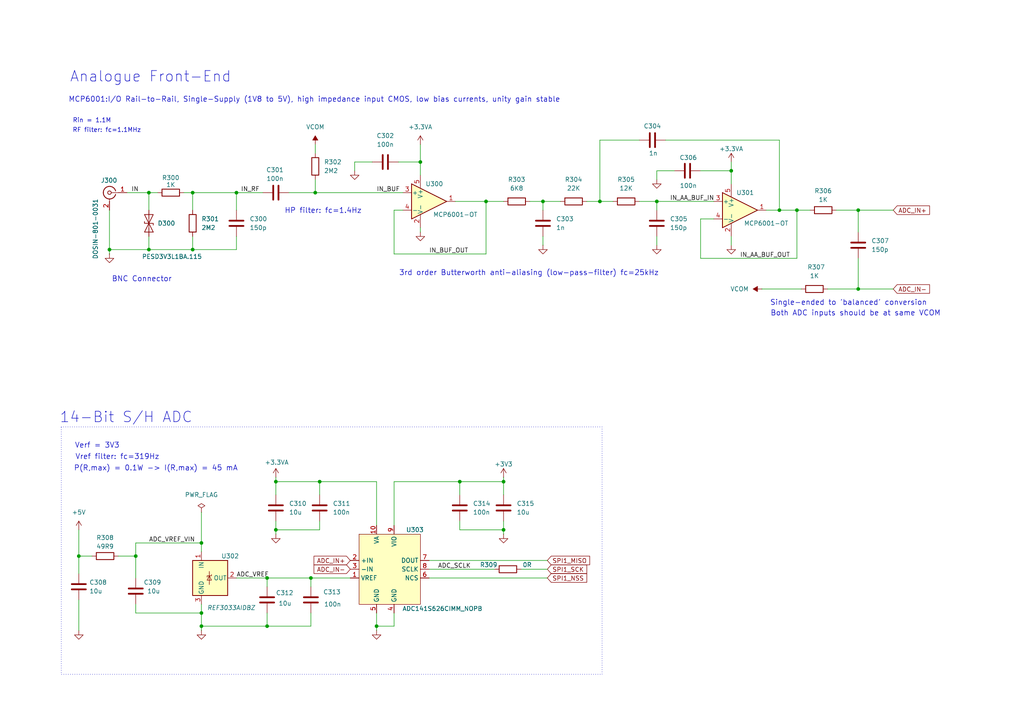
<source format=kicad_sch>
(kicad_sch (version 20250114) (generator "eeschema") (generator_version "9.0")
  (paper "A4")
  (title_block (title "Mixed-Signal-PCB-Design") (date "2025-09-13") (rev "1.0") (company "https://github.com/tsokomalusi/"))
  (lib_symbols
    (symbol "Amplifier_Operational:MCP6001-OT" (pin_names (offset 0.127))
      (property "Reference" "U" (at -1.27 6.35 0))
      (property "Value" "MCP6001-OT" (at -1.27 3.81 0))
      (symbol "MCP6001-OT_0_1"
        (polyline (pts (xy -5.08 5.08) (xy 5.08 0) (xy -5.08 -5.08) (xy -5.08 5.08)) (stroke (width 0.254)) (fill (type background)))
        (pin power_in line (at -2.54 7.62 270) (length 3.81) (name "V+") (number "5"))
        (pin power_in line (at -2.54 -7.62 90) (length 3.81) (name "V-") (number "2"))
      )
      (symbol "MCP6001-OT_1_1"
        (pin input line (at -7.62 2.54 0) (length 2.54) (name "+") (number "3"))
        (pin input line (at -7.62 -2.54 0) (length 2.54) (name "-") (number "4"))
        (pin output line (at 7.62 0 180) (length 2.54) (name "~") (number "1"))
      )
    )
    (symbol "Connector:Conn_Coaxial" (pin_names (offset 1.016) (hide yes))
      (property "Reference" "J" (at 0.254 3.048 0))
      (property "Value" "Conn_Coaxial" (at 2.921 0 90))
      (symbol "Conn_Coaxial_0_1"
        (polyline (pts (xy -2.54 0) (xy -0.508 0)))
        (arc (start 1.778 0) (mid 0.222 -1.8079) (end -1.778 -0.508) (stroke (width 0.254)))
        (arc (start -1.778 0.508) (mid 0.2221 1.8084) (end 1.778 0) (stroke (width 0.254)))
        (circle (center 0 0) (radius 0.508) (stroke (width 0.2032)))
        (polyline (pts (xy 0 -2.54) (xy 0 -1.778)))
      )
      (symbol "Conn_Coaxial_1_1"
        (pin passive line (at -5.08 0 0) (length 2.54) (name "In") (number "1"))
        (pin passive line (at 0 -5.08 90) (length 2.54) (name "Ext") (number "2"))
      )
    )
    (symbol "Device:C" (pin_numbers (hide yes)) (pin_names (offset 0.254))
      (property "Reference" "C" (at 0.635 2.54 0))
      (property "Value" "C" (at 0.635 -2.54 0))
      (symbol "C_0_1"
        (polyline (pts (xy -2.032 0.762) (xy 2.032 0.762)) (stroke (width 0.508)))
        (polyline (pts (xy -2.032 -0.762) (xy 2.032 -0.762)) (stroke (width 0.508)))
      )
      (symbol "C_1_1"
        (pin passive line (at 0 3.81 270) (length 2.794) (name "~") (number "1"))
        (pin passive line (at 0 -3.81 90) (length 2.794) (name "~") (number "2"))
      )
    )
    (symbol "Device:R" (pin_numbers (hide yes)) (pin_names (offset 0))
      (property "Reference" "R" (at 2.032 0 90))
      (property "Value" "R" (at 0 0 90))
      (symbol "R_0_1"
        (rectangle (start -1.016 -2.54) (end 1.016 2.54) (stroke (width 0.254)))
      )
      (symbol "R_1_1"
        (pin passive line (at 0 3.81 270) (length 1.27) (name "~") (number "1"))
        (pin passive line (at 0 -3.81 90) (length 1.27) (name "~") (number "2"))
      )
    )
    (symbol "Diode:SD05_SOD323" (pin_numbers (hide yes)) (pin_names (offset 1.016) (hide yes))
      (property "Reference" "D" (at 0 2.54 0))
      (property "Value" "SD05_SOD323" (at 0 -2.54 0))
      (symbol "SD05_SOD323_0_1"
        (polyline (pts (xy -2.54 -1.27) (xy 0 0) (xy -2.54 1.27) (xy -2.54 -1.27)) (stroke (width 0.2032)))
        (polyline (pts (xy 0.508 1.27) (xy 0 1.27) (xy 0 -1.27) (xy -0.508 -1.27)) (stroke (width 0.2032)))
        (polyline (pts (xy 1.27 0) (xy -1.27 0)))
        (polyline (pts (xy 2.54 1.27) (xy 2.54 -1.27) (xy 0 0) (xy 2.54 1.27)) (stroke (width 0.2032)))
      )
      (symbol "SD05_SOD323_1_1"
        (pin passive line (at -3.81 0 0) (length 2.54) (name "A1") (number "1"))
        (pin passive line (at 3.81 0 180) (length 2.54) (name "A2") (number "2"))
      )
    )
    (symbol "Malusi_Tsoko_Libraries:ADC141S626"
      (property "Reference" "U" (at 12.7 12.7 0))
      (symbol "ADC141S626_0_0"
        (pin output line (at -12.7 2.54 0) (length 2.54) (name "DOUT") (number "7"))
        (pin input line (at -12.7 0 0) (length 2.54) (name "SCLK") (number "8"))
        (pin input line (at -12.7 -2.54 0) (length 2.54) (name "NCS") (number "6"))
        (pin power_in line (at -2.54 12.7 270) (length 2.54) (name "VIO") (number "9"))
        (pin power_in line (at -2.54 -12.7 90) (length 2.54) (name "GND") (number "4"))
        (pin power_in line (at 2.54 12.7 270) (length 2.54) (name "VA") (number "10"))
        (pin power_in line (at 2.54 -12.7 90) (length 2.54) (name "GND") (number "5"))
        (pin input line (at 10.16 2.54 180) (length 2.54) (name "+IN") (number "2"))
        (pin input line (at 10.16 0 180) (length 2.54) (name "-IN") (number "3"))
        (pin input line (at 10.16 -2.54 180) (length 2.54) (name "VREF") (number "1"))
      )
      (symbol "ADC141S626_1_1"
        (rectangle (start -10.16 10.16) (end 7.62 -10.16) (fill (type background)))
      )
    )
    (symbol "Reference_Voltage:REF3033" (pin_names (offset 0.254))
      (property "Reference" "U" (at 0 6.35 0))
      (property "Value" "REF3033" (at 2.54 -6.35 0))
      (symbol "REF3033_0_1"
        (rectangle (start -5.08 5.08) (end 5.08 -5.08) (stroke (width 0.254)) (fill (type background)))
        (polyline (pts (xy -0.889 -0.635) (xy 0.381 -0.635) (xy -0.254 0.635) (xy -0.889 -0.635)))
        (polyline (pts (xy -0.254 1.905) (xy -0.254 -1.905)))
        (polyline (pts (xy 0.381 1.016) (xy 0.381 0.635) (xy -0.889 0.635) (xy -0.889 0.254)))
      )
      (symbol "REF3033_1_1"
        (pin power_in line (at -2.54 7.62 270) (length 2.54) (name "IN") (number "1"))
        (pin power_in line (at -2.54 -7.62 90) (length 2.54) (name "GND") (number "3"))
        (pin power_out line (at 7.62 0 180) (length 2.54) (name "OUT") (number "2"))
      )
    )
    (symbol "power:+3.3VA" (power) (pin_numbers (hide yes)) (pin_names (offset 0) (hide yes))
      (property "Value" "+3.3VA" (at 0 3.556 0))
      (symbol "+3.3VA_0_1"
        (polyline (pts (xy -0.762 1.27) (xy 0 2.54)))
        (polyline (pts (xy 0 2.54) (xy 0.762 1.27)))
        (polyline (pts (xy 0 0) (xy 0 2.54)))
      )
      (symbol "+3.3VA_1_1"
        (pin power_in line (at 0 0 90) (length 0) (name "~") (number "1"))
      )
    )
    (symbol "power:+3V3" (power) (pin_numbers (hide yes)) (pin_names (offset 0) (hide yes))
      (property "Value" "+3V3" (at 0 3.556 0))
      (symbol "+3V3_0_1"
        (polyline (pts (xy -0.762 1.27) (xy 0 2.54)))
        (polyline (pts (xy 0 2.54) (xy 0.762 1.27)))
        (polyline (pts (xy 0 0) (xy 0 2.54)))
      )
      (symbol "+3V3_1_1"
        (pin power_in line (at 0 0 90) (length 0) (name "~") (number "1"))
      )
    )
    (symbol "power:+5V" (power) (pin_numbers (hide yes)) (pin_names (offset 0) (hide yes))
      (property "Value" "+5V" (at 0 3.556 0))
      (symbol "+5V_0_1"
        (polyline (pts (xy -0.762 1.27) (xy 0 2.54)))
        (polyline (pts (xy 0 2.54) (xy 0.762 1.27)))
        (polyline (pts (xy 0 0) (xy 0 2.54)))
      )
      (symbol "+5V_1_1"
        (pin power_in line (at 0 0 90) (length 0) (name "~") (number "1"))
      )
    )
    (symbol "power:GND" (power) (pin_numbers (hide yes)) (pin_names (offset 0) (hide yes))
      (property "Value" "GND" (at 0 -3.81 0))
      (symbol "GND_0_1"
        (polyline (pts (xy 0 0) (xy 0 -1.27) (xy 1.27 -1.27) (xy 0 -2.54) (xy -1.27 -1.27) (xy 0 -1.27)))
      )
      (symbol "GND_1_1"
        (pin power_in line (at 0 0 270) (length 0) (name "~") (number "1"))
      )
    )
    (symbol "power:PWR_FLAG" (power) (pin_numbers (hide yes)) (pin_names (offset 0) (hide yes))
      (property "Value" "PWR_FLAG" (at 0 3.81 0))
      (symbol "PWR_FLAG_0_0"
        (pin power_out line (at 0 0 90) (length 0) (name "~") (number "1"))
      )
      (symbol "PWR_FLAG_0_1"
        (polyline (pts (xy 0 0) (xy 0 1.27) (xy -1.016 1.905) (xy 0 2.54) (xy 1.016 1.905) (xy 0 1.27)))
      )
    )
    (symbol "power:VCOM" (power) (pin_numbers (hide yes)) (pin_names (offset 0) (hide yes))
      (property "Value" "VCOM" (at 0 3.556 0))
      (symbol "VCOM_0_1"
        (polyline (pts (xy 0 0) (xy 0 2.54)))
        (polyline (pts (xy 0.762 1.27) (xy -0.762 1.27) (xy 0 2.54) (xy 0.762 1.27)) (fill (type outline)))
      )
      (symbol "VCOM_1_1"
        (pin power_in line (at 0 0 90) (length 0) (name "~") (number "1"))
      )
    )
  )
  (rectangle (start 17.78 123.825) (end 174.625 195.58) (stroke (width 0) (type dot)))
  (text "Verf = 3V3" (at 28.194 129.286 0) (effects (font (size 1.524 1.524))))
  (text "HP filter: fc=1.4Hz" (at 93.726 61.214 0) (effects (font (size 1.524 1.524))))
  (text "BNC Connector" (at 41.148 81.026 0) (effects (font (size 1.524 1.524))))
  (text "Rin = 1.1M" (at 26.67 35.052 0) (effects (font (size 1.27 1.27))))
  (text "Vref filter: fc=319Hz" (at 34.036 132.588 0) (effects (font (size 1.524 1.524))))
  (text "14-Bit S/H ADC" (at 36.576 121.158 0) (effects (font (size 3.048 3.048))))
  (text "Single-ended to 'balanced' conversion" (at 246.126 87.884 0) (effects (font (size 1.524 1.524))))
  (text "RF filter: fc=1.1MHz" (at 30.988 37.846 0) (effects (font (size 1.27 1.27))))
  (text "P(R,max) = 0.1W -> I(R,max) = 45 mA" (at 45.212 135.89 0) (effects (font (size 1.524 1.524))))
  (text "Analogue Front-End" (at 43.688 22.352 0) (effects (font (size 3.048 3.048))))
  (text "3rd order Butterworth anti-aliasing (low-pass-filter) fc=25kHz" (at 153.416 79.248 0) (effects (font (size 1.524 1.524))))
  (text "MCP6001:I/O Rail-to-Rail, Single-Supply (1V8 to 5V), high impedance input CMOS, low bias currents, unity gain stable" (at 91.186 28.956 0) (effects (font (size 1.524 1.524))))
  (text "Both ADC inputs should be at same VCOM" (at 248.158 90.932 0) (effects (font (size 1.524 1.524))))
  (junction (at 77.47 181.61))
  (junction (at 133.35 139.7))
  (junction (at 39.37 161.29))
  (junction (at 226.06 60.96))
  (junction (at 248.92 83.82))
  (junction (at 91.44 55.88))
  (junction (at 58.42 177.8))
  (junction (at 43.18 72.39))
  (junction (at 231.14 60.96))
  (junction (at 146.05 153.67))
  (junction (at 58.42 181.61))
  (junction (at 173.99 58.42))
  (junction (at 22.86 161.29))
  (junction (at 190.5 58.42))
  (junction (at 146.05 139.7))
  (junction (at 109.22 181.61))
  (junction (at 68.58 55.88))
  (junction (at 58.42 157.48))
  (junction (at 80.01 139.7))
  (junction (at 31.75 72.39))
  (junction (at 43.18 55.88))
  (junction (at 80.01 153.67))
  (junction (at 121.92 46.99))
  (junction (at 157.48 58.42))
  (junction (at 140.97 58.42))
  (junction (at 55.88 72.39))
  (junction (at 248.92 60.96))
  (junction (at 55.88 55.88))
  (junction (at 90.17 167.64))
  (junction (at 77.47 167.64))
  (junction (at 92.71 139.7))
  (junction (at 212.09 49.53))
  (wire (pts (xy 170.18 58.42) (xy 173.99 58.42)))
  (wire (pts (xy 39.37 175.26) (xy 39.37 177.8)))
  (wire (pts (xy 58.42 157.48) (xy 58.42 160.02)))
  (wire (pts (xy 157.48 58.42) (xy 162.56 58.42)))
  (wire (pts (xy 102.87 46.99) (xy 107.95 46.99)))
  (wire (pts (xy 114.3 177.8) (xy 114.3 181.61)))
  (wire (pts (xy 231.14 74.93) (xy 231.14 60.96)))
  (wire (pts (xy 92.71 153.67) (xy 80.01 153.67)))
  (wire (pts (xy 133.35 139.7) (xy 146.05 139.7)))
  (wire (pts (xy 90.17 177.8) (xy 90.17 181.61)))
  (wire (pts (xy 39.37 167.64) (xy 39.37 161.29)))
  (wire (pts (xy 220.98 83.82) (xy 232.41 83.82)))
  (wire (pts (xy 91.44 55.88) (xy 83.82 55.88)))
  (wire (pts (xy 55.88 72.39) (xy 43.18 72.39)))
  (wire (pts (xy 43.18 72.39) (xy 31.75 72.39)))
  (wire (pts (xy 207.01 63.5) (xy 203.2 63.5)))
  (wire (pts (xy 240.03 83.82) (xy 248.92 83.82)))
  (wire (pts (xy 91.44 52.07) (xy 91.44 55.88)))
  (wire (pts (xy 212.09 68.58) (xy 212.09 71.12)))
  (wire (pts (xy 190.5 68.58) (xy 190.5 71.12)))
  (wire (pts (xy 80.01 143.51) (xy 80.01 139.7)))
  (wire (pts (xy 77.47 181.61) (xy 58.42 181.61)))
  (wire (pts (xy 22.86 153.67) (xy 22.86 161.29)))
  (wire (pts (xy 124.46 162.56) (xy 158.75 162.56)))
  (wire (pts (xy 68.58 55.88) (xy 76.2 55.88)))
  (wire (pts (xy 140.97 58.42) (xy 146.05 58.42)))
  (wire (pts (xy 68.58 72.39) (xy 55.88 72.39)))
  (wire (pts (xy 77.47 177.8) (xy 77.47 181.61)))
  (wire (pts (xy 90.17 181.61) (xy 77.47 181.61)))
  (wire (pts (xy 68.58 60.96) (xy 68.58 55.88)))
  (wire (pts (xy 140.97 73.66) (xy 140.97 58.42)))
  (wire (pts (xy 173.99 40.64) (xy 173.99 58.42)))
  (wire (pts (xy 58.42 175.26) (xy 58.42 177.8)))
  (wire (pts (xy 124.46 165.1) (xy 143.51 165.1)))
  (wire (pts (xy 146.05 139.7) (xy 146.05 143.51)))
  (wire (pts (xy 39.37 157.48) (xy 39.37 161.29)))
  (wire (pts (xy 53.34 55.88) (xy 55.88 55.88)))
  (wire (pts (xy 133.35 151.13) (xy 133.35 153.67)))
  (wire (pts (xy 58.42 157.48) (xy 39.37 157.48)))
  (wire (pts (xy 248.92 60.96) (xy 259.08 60.96)))
  (wire (pts (xy 55.88 55.88) (xy 55.88 60.96)))
  (wire (pts (xy 77.47 167.64) (xy 77.47 170.18)))
  (wire (pts (xy 132.08 58.42) (xy 140.97 58.42)))
  (wire (pts (xy 203.2 74.93) (xy 231.14 74.93)))
  (wire (pts (xy 173.99 58.42) (xy 177.8 58.42)))
  (wire (pts (xy 248.92 60.96) (xy 248.92 67.31)))
  (wire (pts (xy 157.48 58.42) (xy 153.67 58.42)))
  (wire (pts (xy 58.42 177.8) (xy 58.42 181.61)))
  (wire (pts (xy 116.84 60.96) (xy 114.3 60.96)))
  (wire (pts (xy 58.42 148.59) (xy 58.42 157.48)))
  (wire (pts (xy 91.44 41.91) (xy 91.44 44.45)))
  (wire (pts (xy 146.05 138.43) (xy 146.05 139.7)))
  (wire (pts (xy 157.48 60.96) (xy 157.48 58.42)))
  (wire (pts (xy 231.14 60.96) (xy 234.95 60.96)))
  (wire (pts (xy 190.5 58.42) (xy 207.01 58.42)))
  (wire (pts (xy 146.05 151.13) (xy 146.05 153.67)))
  (wire (pts (xy 43.18 55.88) (xy 43.18 60.96)))
  (wire (pts (xy 259.08 83.82) (xy 248.92 83.82)))
  (wire (pts (xy 92.71 139.7) (xy 80.01 139.7)))
  (wire (pts (xy 68.58 167.64) (xy 77.47 167.64)))
  (wire (pts (xy 109.22 139.7) (xy 92.71 139.7)))
  (wire (pts (xy 22.86 173.99) (xy 22.86 182.88)))
  (wire (pts (xy 80.01 138.43) (xy 80.01 139.7)))
  (wire (pts (xy 22.86 161.29) (xy 26.67 161.29)))
  (wire (pts (xy 102.87 49.53) (xy 102.87 46.99)))
  (wire (pts (xy 203.2 49.53) (xy 212.09 49.53)))
  (wire (pts (xy 92.71 151.13) (xy 92.71 153.67)))
  (wire (pts (xy 58.42 181.61) (xy 58.42 182.88)))
  (wire (pts (xy 222.25 60.96) (xy 226.06 60.96)))
  (wire (pts (xy 133.35 153.67) (xy 146.05 153.67)))
  (wire (pts (xy 43.18 55.88) (xy 45.72 55.88)))
  (wire (pts (xy 115.57 46.99) (xy 121.92 46.99)))
  (wire (pts (xy 109.22 152.4) (xy 109.22 139.7)))
  (wire (pts (xy 31.75 72.39) (xy 31.75 73.66)))
  (wire (pts (xy 242.57 60.96) (xy 248.92 60.96)))
  (wire (pts (xy 248.92 74.93) (xy 248.92 83.82)))
  (wire (pts (xy 39.37 177.8) (xy 58.42 177.8)))
  (wire (pts (xy 121.92 46.99) (xy 121.92 50.8)))
  (wire (pts (xy 114.3 60.96) (xy 114.3 73.66)))
  (wire (pts (xy 212.09 49.53) (xy 212.09 53.34)))
  (wire (pts (xy 203.2 63.5) (xy 203.2 74.93)))
  (wire (pts (xy 151.13 165.1) (xy 158.75 165.1)))
  (wire (pts (xy 55.88 68.58) (xy 55.88 72.39)))
  (wire (pts (xy 68.58 55.88) (xy 55.88 55.88)))
  (wire (pts (xy 190.5 60.96) (xy 190.5 58.42)))
  (wire (pts (xy 114.3 181.61) (xy 109.22 181.61)))
  (wire (pts (xy 109.22 177.8) (xy 109.22 181.61)))
  (wire (pts (xy 114.3 152.4) (xy 114.3 139.7)))
  (wire (pts (xy 193.04 40.64) (xy 226.06 40.64)))
  (wire (pts (xy 43.18 68.58) (xy 43.18 72.39)))
  (wire (pts (xy 114.3 73.66) (xy 140.97 73.66)))
  (wire (pts (xy 31.75 60.96) (xy 31.75 72.39)))
  (wire (pts (xy 190.5 52.07) (xy 190.5 49.53)))
  (wire (pts (xy 39.37 161.29) (xy 34.29 161.29)))
  (wire (pts (xy 121.92 66.04) (xy 121.92 67.31)))
  (wire (pts (xy 92.71 139.7) (xy 92.71 143.51)))
  (wire (pts (xy 121.92 41.91) (xy 121.92 46.99)))
  (wire (pts (xy 90.17 167.64) (xy 101.6 167.64)))
  (wire (pts (xy 133.35 139.7) (xy 133.35 143.51)))
  (wire (pts (xy 124.46 167.64) (xy 158.75 167.64)))
  (wire (pts (xy 190.5 58.42) (xy 185.42 58.42)))
  (wire (pts (xy 77.47 167.64) (xy 90.17 167.64)))
  (wire (pts (xy 80.01 153.67) (xy 80.01 154.94)))
  (wire (pts (xy 146.05 153.67) (xy 146.05 154.94)))
  (wire (pts (xy 114.3 139.7) (xy 133.35 139.7)))
  (wire (pts (xy 36.83 55.88) (xy 43.18 55.88)))
  (wire (pts (xy 226.06 40.64) (xy 226.06 60.96)))
  (wire (pts (xy 90.17 167.64) (xy 90.17 170.18)))
  (wire (pts (xy 22.86 161.29) (xy 22.86 166.37)))
  (wire (pts (xy 157.48 68.58) (xy 157.48 71.12)))
  (wire (pts (xy 80.01 151.13) (xy 80.01 153.67)))
  (wire (pts (xy 226.06 60.96) (xy 231.14 60.96)))
  (wire (pts (xy 212.09 46.99) (xy 212.09 49.53)))
  (wire (pts (xy 190.5 49.53) (xy 195.58 49.53)))
  (wire (pts (xy 68.58 68.58) (xy 68.58 72.39)))
  (wire (pts (xy 185.42 40.64) (xy 173.99 40.64)))
  (wire (pts (xy 91.44 55.88) (xy 116.84 55.88)))
  (wire (pts (xy 109.22 181.61) (xy 109.22 182.88)))
  (label "IN_BUF_OUT" (at 124.46 73.66 0))
  (label "IN_AA_BUF_OUT" (at 214.63 74.93 0))
  (label "IN" (at 38.1 55.88 0))
  (label "IN_RF" (at 69.85 55.88 0))
  (label "ADC_SCLK" (at 127 165.1 0))
  (label "ADC_VREF_VIN" (at 43.18 157.48 0))
  (label "IN_AA_BUF_IN" (at 194.31 58.42 0))
  (label "IN_BUF" (at 109.22 55.88 0))
  (label "ADC_VREF" (at 68.58 167.64 0))
  (global_label "SPI1_SCK" (shape input) (at 158.75 165.1 0) (property "Intersheetrefs" "${INTERSHEET_REFS}" (effects (hide yes))))
  (global_label "SPI1_NSS" (shape input) (at 158.75 167.64 0) (property "Intersheetrefs" "${INTERSHEET_REFS}" (effects (hide yes))))
  (global_label "SPI1_MISO" (shape input) (at 158.75 162.56 0) (property "Intersheetrefs" "${INTERSHEET_REFS}" (effects (hide yes))))
  (global_label "ADC_IN-" (shape input) (at 101.6 165.1 180) (property "Intersheetrefs" "${INTERSHEET_REFS}" (effects (hide yes))))
  (global_label "ADC_IN+" (shape input) (at 101.6 162.56 180) (property "Intersheetrefs" "${INTERSHEET_REFS}" (effects (hide yes))))
  (global_label "ADC_IN-" (shape input) (at 259.08 83.82 0) (property "Intersheetrefs" "${INTERSHEET_REFS}" (effects (hide yes))))
  (global_label "ADC_IN+" (shape input) (at 259.08 60.96 0) (property "Intersheetrefs" "${INTERSHEET_REFS}" (effects (hide yes))))
  (symbol (lib_id "Connector:Conn_Coaxial") (at 31.75 55.88 0) (mirror y) (unit 1)
    (property "Reference" "J300" (at 34.036 52.324 0) (effects (justify left)))
    (property "Value" "DOSIN-801-0031" (at 27.686 75.184 90) (effects (justify left)))
    (property "Footprint" "Connector_DIN:BNC" (effects (hide yes)))
    (property "Description" "coaxial connector (BNC, SMA, SMB, SMC, Cinch/RCA, LEMO, ...)" (effects (hide yes)))
    (property "Manufacturer" "dosinconn" (effects (hide yes)))
    (property "Manufacturer Part Number" "DOSIN-801-003" (effects (hide yes)))
  )
  (symbol (lib_id "power:GND") (at 157.48 71.12 0) (unit 1)
    (property "Reference" "#PWR039" (effects (hide yes)))
    (property "Value" "GND" (effects (hide yes)))
    (property "Description" "Power symbol creates a global label with name \"GND\" , ground" (effects (hide yes)))
  )
  (symbol (lib_id "Device:R") (at 181.61 58.42 90) (unit 1)
    (property "Reference" "R305" (at 181.61 52.07 90))
    (property "Value" "12K" (at 181.61 54.61 90))
    (property "Footprint" "Resistor_SMD:R_0603_1608Metric" (effects (hide yes)))
    (property "Description" "Resistor" (effects (hide yes)))
    (property "Manufacturer" "Yageo" (effects (hide yes)))
    (property "Manufacturer Part Number" "RC0603FR-0712KL" (effects (hide yes)))
  )
  (symbol (lib_id "Device:R") (at 166.37 58.42 90) (unit 1)
    (property "Reference" "R304" (at 166.37 52.07 90))
    (property "Value" "22K" (at 166.37 54.61 90))
    (property "Footprint" "Resistor_SMD:R_0603_1608Metric" (effects (hide yes)))
    (property "Description" "Resistor" (effects (hide yes)))
    (property "Manufacturer" "Yageo" (effects (hide yes)))
    (property "Manufacturer Part Number" "RC0603FR-0722KL" (effects (hide yes)))
  )
  (symbol (lib_id "Device:C") (at 157.48 64.77 0) (unit 1)
    (property "Reference" "C303" (at 161.29 63.4999 0) (effects (justify left)))
    (property "Value" "1n" (at 161.29 66.0399 0) (effects (justify left)))
    (property "Footprint" "Capacitor_SMD:C_0603_1608Metric" (effects (hide yes)))
    (property "Description" "Unpolarized capacitor" (effects (hide yes)))
    (property "Manufacturer" "Vishay / Vitramon" (effects (hide yes)))
    (property "Manufacturer Part Number" "VJ0603H102KEBAO34" (effects (hide yes)))
  )
  (symbol (lib_id "Device:C") (at 39.37 171.45 0) (unit 1) (on_board no)
    (property "Reference" "C309" (at 41.656 168.91 0) (effects (justify left)))
    (property "Value" "10u" (at 42.672 171.45 0) (effects (justify left)))
    (property "Footprint" "Capacitor_SMD:C_0805_2012Metric" (effects (hide yes)))
    (property "Description" "Unpolarized capacitor" (effects (hide yes)))
    (property "Manufacturer" "KYOCERA AVX" (effects (hide yes)))
    (property "Manufacturer Part Number" "0805X7R106KT1AT" (effects (hide yes)))
  )
  (symbol (lib_id "Device:C") (at 189.23 40.64 90) (unit 1)
    (property "Reference" "C304" (at 189.23 36.576 90))
    (property "Value" "1n" (at 189.484 44.45 90))
    (property "Footprint" "Capacitor_SMD:C_0603_1608Metric" (effects (hide yes)))
    (property "Description" "Unpolarized capacitor" (effects (hide yes)))
    (property "Manufacturer" "Vishay / Vitramon" (effects (hide yes)))
    (property "Manufacturer Part Number" "VJ0603H102KEBAO34" (effects (hide yes)))
  )
  (symbol (lib_id "Device:C") (at 190.5 64.77 0) (unit 1)
    (property "Reference" "C305" (at 194.31 63.4999 0) (effects (justify left)))
    (property "Value" "150p" (at 194.31 66.0399 0) (effects (justify left)))
    (property "Footprint" "Capacitor_SMD:C_0603_1608Metric" (effects (hide yes)))
    (property "Description" "Unpolarized capacitor" (effects (hide yes)))
    (property "Manufacturer" "Vishay / Vitramon" (effects (hide yes)))
    (property "Manufacturer Part Number" "VJ0603A151JXAAC" (effects (hide yes)))
  )
  (symbol (lib_id "Device:R") (at 30.48 161.29 90) (unit 1)
    (property "Reference" "R308" (at 30.48 155.956 90))
    (property "Value" "49R9" (at 30.48 158.496 90))
    (property "Footprint" "Resistor_SMD:R_0603_1608Metric" (effects (hide yes)))
    (property "Description" "Resistor" (effects (hide yes)))
    (property "Manufacturer" "Yageo" (effects (hide yes)))
    (property "Manufacturer Part Number" "RC0603FR-0749R9L" (effects (hide yes)))
  )
  (symbol (lib_id "power:VCOM") (at 220.98 83.82 90) (unit 1)
    (property "Reference" "#PWR043" (effects (hide yes)))
    (property "Value" "VCOM" (at 217.17 83.8199 90) (effects (justify left)))
    (property "Description" "Power symbol creates a global label with name \"VCOM\"" (effects (hide yes)))
  )
  (symbol (lib_id "power:GND") (at 190.5 52.07 0) (unit 1)
    (property "Reference" "#PWR042" (effects (hide yes)))
    (property "Value" "GND" (effects (hide yes)))
    (property "Description" "Power symbol creates a global label with name \"GND\" , ground" (effects (hide yes)))
  )
  (symbol (lib_id "Malusi_Tsoko_Libraries:ADC141S626") (at 111.76 165.1 0) (mirror y) (unit 1)
    (property "Reference" "U303" (at 122.936 153.67 0) (effects (justify left)))
    (property "Value" "ADC141S626CIMM_NOPB" (at 139.954 176.53 0) (effects (justify left)))
    (property "Footprint" "DAC7563SDGSR:SOIC-10" (effects (hide yes)))
    (property "Manufacturer" "Texas Instruments" (effects (hide yes)))
    (property "Manufacturer Part Number" "ADC141S626CIMM" (effects (hide yes)))
  )
  (symbol (lib_id "Device:C") (at 68.58 64.77 0) (unit 1)
    (property "Reference" "C300" (at 72.39 63.4999 0) (effects (justify left)))
    (property "Value" "150p" (at 72.39 66.0399 0) (effects (justify left)))
    (property "Footprint" "Capacitor_SMD:C_0603_1608Metric" (effects (hide yes)))
    (property "Description" "Unpolarized capacitor" (effects (hide yes)))
    (property "Manufacturer" "Vishay / Vitramon" (effects (hide yes)))
    (property "Manufacturer Part Number" "VJ0603A151JXAAC" (effects (hide yes)))
  )
  (symbol (lib_id "Diode:SD05_SOD323") (at 43.18 64.77 90) (unit 1)
    (property "Reference" "D300" (at 45.72 64.7699 90) (effects (justify right)))
    (property "Value" "PESD3V3L1BA.115" (at 41.148 74.422 90) (effects (justify right)))
    (property "Footprint" "Diode_SMD:D_SOD-323" (effects (hide yes)))
    (property "Datasheet" "https://www.littelfuse.com/~/media/electronics/datasheets/tvs_diode_arrays/littelfuse_tvs_diode_array_sd_c_datasheet.pdf.pdf" (effects (hide yes)))
    (property "Description" "5V, 450W Discrete Bidirectional TVS Diode, SOD-323" (effects (hide yes)))
    (property "Manufacturer" "Nexperia" (effects (hide yes)))
    (property "Manufacturer Part Number" "PESD3V3L1BA,115" (effects (hide yes)))
  )
  (symbol (lib_id "power:GND") (at 22.86 182.88 0) (unit 1)
    (property "Reference" "#PWR045" (effects (hide yes)))
    (property "Value" "GND" (effects (hide yes)))
    (property "Description" "Power symbol creates a global label with name \"GND\" , ground" (effects (hide yes)))
  )
  (symbol (lib_id "Device:R") (at 55.88 64.77 180) (unit 1)
    (property "Reference" "R301" (at 58.42 63.5 0) (effects (justify right)))
    (property "Value" "2M2" (at 58.42 66.04 0) (effects (justify right)))
    (property "Footprint" "Resistor_SMD:R_0805_2012Metric" (effects (hide yes)))
    (property "Description" "Resistor" (effects (hide yes)))
    (property "Manufacturer" "Yageo" (effects (hide yes)))
    (property "Manufacturer Part Number" "RC0805FR-072M2L" (effects (hide yes)))
  )
  (symbol (lib_id "Device:C") (at 146.05 147.32 0) (unit 1)
    (property "Reference" "C315" (at 149.86 146.0499 0) (effects (justify left)))
    (property "Value" "10u" (at 149.86 148.5899 0) (effects (justify left)))
    (property "Footprint" "Capacitor_SMD:C_0805_2012Metric" (effects (hide yes)))
    (property "Description" "Unpolarized capacitor" (effects (hide yes)))
    (property "Manufacturer" "KYOCERA AVX" (effects (hide yes)))
    (property "Manufacturer Part Number" "0805X7R106KT1AT" (effects (hide yes)))
  )
  (symbol (lib_id "Device:R") (at 91.44 48.26 180) (unit 1)
    (property "Reference" "R302" (at 93.98 46.9899 0) (effects (justify right)))
    (property "Value" "2M2" (at 93.98 49.5299 0) (effects (justify right)))
    (property "Footprint" "Resistor_SMD:R_0805_2012Metric" (effects (hide yes)))
    (property "Description" "Resistor" (effects (hide yes)))
    (property "Manufacturer" "Yageo" (effects (hide yes)))
    (property "Manufacturer Part Number" "RC0805FR-072M2L" (effects (hide yes)))
  )
  (symbol (lib_id "Device:C") (at 199.39 49.53 90) (unit 1)
    (property "Reference" "C306" (at 199.644 45.72 90))
    (property "Value" "100n" (at 199.644 53.848 90))
    (property "Footprint" "Capacitor_SMD:C_0603_1608Metric" (effects (hide yes)))
    (property "Description" "Unpolarized capacitor" (effects (hide yes)))
    (property "Manufacturer" "YAGEO" (effects (hide yes)))
    (property "Manufacturer Part Number" "CC0603ZRY5V7BB104" (effects (hide yes)))
  )
  (symbol (lib_id "Device:C") (at 133.35 147.32 0) (unit 1)
    (property "Reference" "C314" (at 137.16 146.0499 0) (effects (justify left)))
    (property "Value" "100n" (at 137.16 148.5899 0) (effects (justify left)))
    (property "Footprint" "Capacitor_SMD:C_0603_1608Metric" (effects (hide yes)))
    (property "Description" "Unpolarized capacitor" (effects (hide yes)))
    (property "Manufacturer" "YAGEO" (effects (hide yes)))
    (property "Manufacturer Part Number" "CC0603ZRY5V7BB104" (effects (hide yes)))
  )
  (symbol (lib_id "power:GND") (at 58.42 182.88 0) (unit 1)
    (property "Reference" "#PWR046" (effects (hide yes)))
    (property "Value" "GND" (effects (hide yes)))
    (property "Description" "Power symbol creates a global label with name \"GND\" , ground" (effects (hide yes)))
  )
  (symbol (lib_id "power:GND") (at 109.22 182.88 0) (unit 1)
    (property "Reference" "#PWR047" (effects (hide yes)))
    (property "Value" "GND" (effects (hide yes)))
    (property "Description" "Power symbol creates a global label with name \"GND\" , ground" (effects (hide yes)))
  )
  (symbol (lib_id "power:+3.3VA") (at 121.92 41.91 0) (unit 1)
    (property "Reference" "#PWR037" (effects (hide yes)))
    (property "Value" "+3.3VA" (at 121.92 36.83 0))
    (property "Description" "Power symbol creates a global label with name \"+3.3VA\"" (effects (hide yes)))
  )
  (symbol (lib_id "Device:R") (at 49.53 55.88 90) (unit 1)
    (property "Reference" "R300" (at 49.53 51.562 90))
    (property "Value" "1K" (at 49.53 53.594 90))
    (property "Footprint" "Resistor_SMD:R_0603_1608Metric" (effects (hide yes)))
    (property "Description" "Resistor" (effects (hide yes)))
    (property "Manufacturer" "Yageo" (effects (hide yes)))
    (property "Manufacturer Part Number" "RC0603FR-071KL" (effects (hide yes)))
  )
  (symbol (lib_id "Amplifier_Operational:MCP6001-OT") (at 124.46 58.42 0) (unit 1)
    (property "Reference" "U300" (at 125.984 53.34 0))
    (property "Value" "MCP6001-OT" (at 132.08 62.23 0))
    (property "Footprint" "Package_TO_SOT_SMD:SOT-23-5" (effects (hide yes)))
    (property "Datasheet" "https://ww1.microchip.com/downloads/en/DeviceDoc/MCP6001-1R-1U-2-4-1-MHz-Low-Power-Op-Amp-DS20001733L.pdf" (effects (hide yes)))
    (property "Description" "1MHz, Low-Power Op Amp, SOT-23-5" (effects (hide yes)))
    (property "Manufacturer" "Microchip Technology" (effects (hide yes)))
    (property "Manufacturer Part Number" "MCP6001-OT" (effects (hide yes)))
  )
  (symbol (lib_id "Device:C") (at 111.76 46.99 90) (unit 1)
    (property "Reference" "C302" (at 111.76 39.37 90))
    (property "Value" "100n" (at 111.76 41.91 90))
    (property "Footprint" "Capacitor_SMD:C_0603_1608Metric" (effects (hide yes)))
    (property "Description" "Unpolarized capacitor" (effects (hide yes)))
    (property "Manufacturer" "YAGEO" (effects (hide yes)))
    (property "Manufacturer Part Number" "CC0603ZRY5V7BB104" (effects (hide yes)))
  )
  (symbol (lib_id "Reference_Voltage:REF3033") (at 60.96 167.64 0) (unit 1)
    (property "Reference" "U302" (at 69.342 161.29 0) (effects (justify right)))
    (property "Value" "REF3033AIDBZ" (at 73.914 176.276 0) (effects (font (italic yes)) (justify right)))
    (property "Footprint" "Package_TO_SOT_SMD:SOT-23" (effects (hide yes)))
    (property "Datasheet" "http://www.ti.com/lit/ds/symlink/ref3033.pdf" (effects (hide yes)))
    (property "Description" "3.3V 50-ppm/°C Max, 50-μA, CMOS Voltage Reference, SOT-23-3" (effects (hide yes)))
    (property "Manufacturer" "Texas Instruments" (effects (hide yes)))
    (property "Manufacturer Part Number" "REF3033AIDBZ" (effects (hide yes)))
  )
  (symbol (lib_id "power:+3.3VA") (at 80.01 138.43 0) (unit 1)
    (property "Reference" "#PWR048" (effects (hide yes)))
    (property "Value" "+3.3VA" (at 80.264 134.112 0))
    (property "Description" "Power symbol creates a global label with name \"+3.3VA\"" (effects (hide yes)))
  )
  (symbol (lib_id "Device:C") (at 77.47 173.99 0) (unit 1)
    (property "Reference" "C312" (at 80.01 171.958 0) (effects (justify left)))
    (property "Value" "10u" (at 80.772 175.006 0) (effects (justify left)))
    (property "Footprint" "Capacitor_SMD:C_0805_2012Metric" (effects (hide yes)))
    (property "Description" "Unpolarized capacitor" (effects (hide yes)))
    (property "Manufacturer" "KYOCERA AVX" (effects (hide yes)))
    (property "Manufacturer Part Number" "0805X7R106KT1AT" (effects (hide yes)))
  )
  (symbol (lib_id "Device:R") (at 149.86 58.42 90) (unit 1)
    (property "Reference" "R303" (at 149.86 52.07 90))
    (property "Value" "6K8" (at 149.86 54.61 90))
    (property "Footprint" "Resistor_SMD:R_0603_1608Metric" (effects (hide yes)))
    (property "Description" "Resistor" (effects (hide yes)))
    (property "Manufacturer" "Yageo" (effects (hide yes)))
    (property "Manufacturer Part Number" "RC0603FR-076K8L" (effects (hide yes)))
  )
  (symbol (lib_id "power:GND") (at 212.09 71.12 0) (unit 1)
    (property "Reference" "#PWR052" (effects (hide yes)))
    (property "Value" "GND" (effects (hide yes)))
    (property "Description" "Power symbol creates a global label with name \"GND\" , ground" (effects (hide yes)))
  )
  (symbol (lib_id "power:GND") (at 31.75 73.66 0) (unit 1)
    (property "Reference" "#PWR034" (effects (hide yes)))
    (property "Value" "GND" (effects (hide yes)))
    (property "Description" "Power symbol creates a global label with name \"GND\" , ground" (effects (hide yes)))
  )
  (symbol (lib_id "power:PWR_FLAG") (at 58.42 148.59 0) (unit 1)
    (property "Reference" "#FLG07" (effects (hide yes)))
    (property "Value" "PWR_FLAG" (at 58.42 143.51 0))
    (property "Description" "Special symbol for telling ERC where power comes from" (effects (hide yes)))
  )
  (symbol (lib_id "Device:C") (at 92.71 147.32 0) (unit 1)
    (property "Reference" "C311" (at 96.52 146.0499 0) (effects (justify left)))
    (property "Value" "100n" (at 96.52 148.5899 0) (effects (justify left)))
    (property "Footprint" "Capacitor_SMD:C_0603_1608Metric" (effects (hide yes)))
    (property "Description" "Unpolarized capacitor" (effects (hide yes)))
    (property "Manufacturer" "YAGEO" (effects (hide yes)))
    (property "Manufacturer Part Number" "CC0603ZRY5V7BB104" (effects (hide yes)))
  )
  (symbol (lib_id "power:+5V") (at 22.86 153.67 0) (unit 1)
    (property "Reference" "#PWR044" (effects (hide yes)))
    (property "Value" "+5V" (at 22.86 148.59 0))
    (property "Description" "Power symbol creates a global label with name \"+5V\"" (effects (hide yes)))
  )
  (symbol (lib_id "Device:C") (at 248.92 71.12 0) (unit 1)
    (property "Reference" "C307" (at 252.73 69.8499 0) (effects (justify left)))
    (property "Value" "150p" (at 252.73 72.3899 0) (effects (justify left)))
    (property "Footprint" "Capacitor_SMD:C_0603_1608Metric" (effects (hide yes)))
    (property "Description" "Unpolarized capacitor" (effects (hide yes)))
    (property "Manufacturer" "Vishay / Vitramon" (effects (hide yes)))
    (property "Manufacturer Part Number" "VJ0603A151JXAAC" (effects (hide yes)))
  )
  (symbol (lib_id "Amplifier_Operational:MCP6001-OT") (at 214.63 60.96 0) (unit 1)
    (property "Reference" "U301" (at 216.154 55.88 0))
    (property "Value" "MCP6001-OT" (at 222.25 64.77 0))
    (property "Footprint" "Package_TO_SOT_SMD:SOT-23-5" (effects (hide yes)))
    (property "Datasheet" "https://ww1.microchip.com/downloads/en/DeviceDoc/MCP6001-1R-1U-2-4-1-MHz-Low-Power-Op-Amp-DS20001733L.pdf" (effects (hide yes)))
    (property "Description" "1MHz, Low-Power Op Amp, SOT-23-5" (effects (hide yes)))
    (property "Manufacturer" "Microchip Technology" (effects (hide yes)))
    (property "Manufacturer Part Number" "MCP6001-OT" (effects (hide yes)))
  )
  (symbol (lib_id "Device:R") (at 147.32 165.1 90) (unit 1)
    (property "Reference" "R309" (at 141.732 163.83 90))
    (property "Value" "0R" (at 152.908 163.83 90))
    (property "Footprint" "Resistor_SMD:R_0603_1608Metric" (effects (hide yes)))
    (property "Description" "Resistor" (effects (hide yes)))
    (property "Manufacturer" "Yageo" (effects (hide yes)))
    (property "Manufacturer Part Number" "RC0603JR-070RL" (effects (hide yes)))
  )
  (symbol (lib_id "power:GND") (at 146.05 154.94 0) (unit 1)
    (property "Reference" "#PWR051" (effects (hide yes)))
    (property "Value" "GND" (effects (hide yes)))
    (property "Description" "Power symbol creates a global label with name \"GND\" , ground" (effects (hide yes)))
  )
  (symbol (lib_id "Device:R") (at 236.22 83.82 90) (unit 1)
    (property "Reference" "R307" (at 236.728 77.47 90))
    (property "Value" "1K" (at 236.22 80.01 90))
    (property "Footprint" "Resistor_SMD:R_0603_1608Metric" (effects (hide yes)))
    (property "Description" "Resistor" (effects (hide yes)))
    (property "Manufacturer" "Yageo" (effects (hide yes)))
    (property "Manufacturer Part Number" "RC0603FR-071KL" (effects (hide yes)))
  )
  (symbol (lib_id "power:+3.3VA") (at 212.09 46.99 0) (unit 1)
    (property "Reference" "#PWR041" (effects (hide yes)))
    (property "Value" "+3.3VA" (at 212.09 43.18 0))
    (property "Description" "Power symbol creates a global label with name \"+3.3VA\"" (effects (hide yes)))
  )
  (symbol (lib_id "Device:C") (at 90.17 173.99 0) (unit 1)
    (property "Reference" "C313" (at 93.726 171.704 0) (effects (justify left)))
    (property "Value" "100n" (at 93.98 175.26 0) (effects (justify left)))
    (property "Footprint" "Capacitor_SMD:C_0603_1608Metric" (effects (hide yes)))
    (property "Description" "Unpolarized capacitor" (effects (hide yes)))
    (property "Manufacturer" "YAGEO" (effects (hide yes)))
    (property "Manufacturer Part Number" "CC0603ZRY5V7BB104" (effects (hide yes)))
  )
  (symbol (lib_id "Device:R") (at 238.76 60.96 90) (unit 1)
    (property "Reference" "R306" (at 238.76 55.372 90))
    (property "Value" "1K" (at 238.76 57.912 90))
    (property "Footprint" "Resistor_SMD:R_0603_1608Metric" (effects (hide yes)))
    (property "Description" "Resistor" (effects (hide yes)))
    (property "Manufacturer" "Yageo" (effects (hide yes)))
    (property "Manufacturer Part Number" "RC0603FR-071KL" (effects (hide yes)))
  )
  (symbol (lib_id "Device:C") (at 80.01 147.32 0) (unit 1)
    (property "Reference" "C310" (at 83.82 146.0499 0) (effects (justify left)))
    (property "Value" "10u" (at 83.82 148.5899 0) (effects (justify left)))
    (property "Footprint" "Capacitor_SMD:C_0805_2012Metric" (effects (hide yes)))
    (property "Description" "Unpolarized capacitor" (effects (hide yes)))
    (property "Manufacturer" "KYOCERA AVX" (effects (hide yes)))
    (property "Manufacturer Part Number" "0805X7R106KT1AT" (effects (hide yes)))
  )
  (symbol (lib_id "Device:C") (at 22.86 170.18 0) (unit 1)
    (property "Reference" "C308" (at 25.908 168.91 0) (effects (justify left)))
    (property "Value" "10u" (at 25.908 171.45 0) (effects (justify left)))
    (property "Footprint" "Capacitor_SMD:C_0805_2012Metric" (effects (hide yes)))
    (property "Description" "Unpolarized capacitor" (effects (hide yes)))
    (property "Manufacturer" "KYOCERA AVX" (effects (hide yes)))
    (property "Manufacturer Part Number" "0805X7R106KT1AT" (effects (hide yes)))
  )
  (symbol (lib_id "power:+3V3") (at 146.05 138.43 0) (unit 1)
    (property "Reference" "#PWR050" (effects (hide yes)))
    (property "Value" "+3V3" (at 146.05 134.62 0))
    (property "Description" "Power symbol creates a global label with name \"+3V3\"" (effects (hide yes)))
  )
  (symbol (lib_id "power:VCOM") (at 91.44 41.91 0) (unit 1)
    (property "Reference" "#PWR035" (effects (hide yes)))
    (property "Value" "VCOM" (at 91.44 36.83 0))
    (property "Description" "Power symbol creates a global label with name \"VCOM\"" (effects (hide yes)))
  )
  (symbol (lib_id "power:GND") (at 190.5 71.12 0) (unit 1)
    (property "Reference" "#PWR040" (effects (hide yes)))
    (property "Value" "GND" (effects (hide yes)))
    (property "Description" "Power symbol creates a global label with name \"GND\" , ground" (effects (hide yes)))
  )
  (symbol (lib_id "power:GND") (at 80.01 154.94 0) (unit 1)
    (property "Reference" "#PWR049" (effects (hide yes)))
    (property "Value" "GND" (effects (hide yes)))
    (property "Description" "Power symbol creates a global label with name \"GND\" , ground" (effects (hide yes)))
  )
  (symbol (lib_id "power:GND") (at 102.87 49.53 0) (unit 1)
    (property "Reference" "#PWR036" (effects (hide yes)))
    (property "Value" "GND" (effects (hide yes)))
    (property "Description" "Power symbol creates a global label with name \"GND\" , ground" (effects (hide yes)))
  )
  (symbol (lib_id "power:GND") (at 121.92 67.31 0) (unit 1)
    (property "Reference" "#PWR038" (effects (hide yes)))
    (property "Value" "GND" (effects (hide yes)))
    (property "Description" "Power symbol creates a global label with name \"GND\" , ground" (effects (hide yes)))
  )
  (symbol (lib_id "Device:C") (at 80.01 55.88 90) (unit 1)
    (property "Reference" "C301" (at 79.756 49.276 90))
    (property "Value" "100n" (at 79.756 51.816 90))
    (property "Footprint" "Capacitor_SMD:C_0603_1608Metric" (effects (hide yes)))
    (property "Description" "Unpolarized capacitor" (effects (hide yes)))
    (property "Manufacturer" "YAGEO" (effects (hide yes)))
    (property "Manufacturer Part Number" "CC0603ZRY5V7BB104" (effects (hide yes)))
  )
)
</source>
